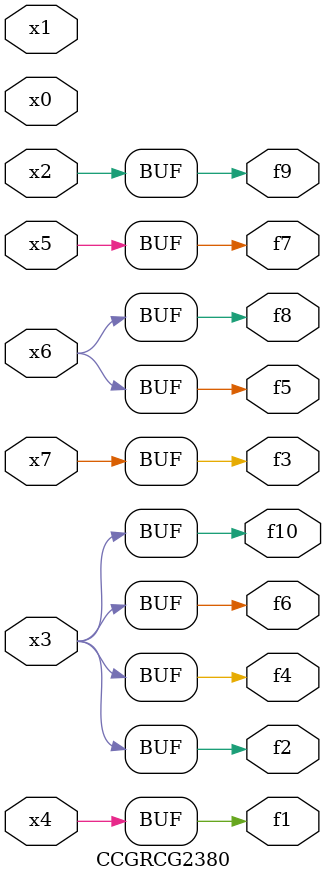
<source format=v>
module CCGRCG2380(
	input x0, x1, x2, x3, x4, x5, x6, x7,
	output f1, f2, f3, f4, f5, f6, f7, f8, f9, f10
);
	assign f1 = x4;
	assign f2 = x3;
	assign f3 = x7;
	assign f4 = x3;
	assign f5 = x6;
	assign f6 = x3;
	assign f7 = x5;
	assign f8 = x6;
	assign f9 = x2;
	assign f10 = x3;
endmodule

</source>
